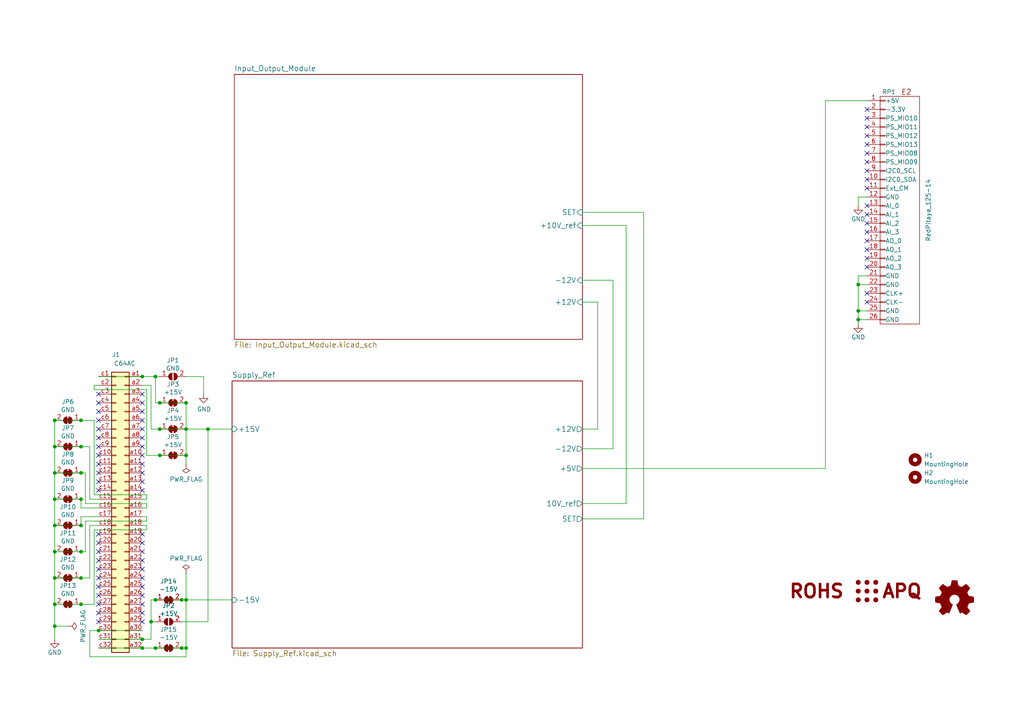
<source format=kicad_sch>
(kicad_sch (version 20211123) (generator eeschema)
  (paper "A4")
  (title_block (title "RedPitaya Lockbox") (date "2022-01-17") (rev "1.5.2") (company "Atoms-Photons-Quanta, Institut für Angewandte Physik, TU Darmstadt") (comment 1 "Tilman Preuschoff"))
  (lib_symbols
    (symbol "Connector:DIN41612_02x32_AC" (pin_names (offset 1.016) hide)
      (property "Reference" "J" (at 1.27 40.64 0))
      (property "Value" "DIN41612_02x32_AC" (at 1.27 -43.18 0))
      (symbol "DIN41612_02x32_AC_1_1"
        (rectangle (start -1.27 -40.513) (end 0 -40.767) (stroke (width 0.1524)))
        (rectangle (start -1.27 -37.973) (end 0 -38.227) (stroke (width 0.1524)))
        (rectangle (start -1.27 -35.433) (end 0 -35.687) (stroke (width 0.1524)))
        (rectangle (start -1.27 -32.893) (end 0 -33.147) (stroke (width 0.1524)))
        (rectangle (start -1.27 -30.353) (end 0 -30.607) (stroke (width 0.1524)))
        (rectangle (start -1.27 -27.813) (end 0 -28.067) (stroke (width 0.1524)))
        (rectangle (start -1.27 -25.273) (end 0 -25.527) (stroke (width 0.1524)))
        (rectangle (start -1.27 -22.733) (end 0 -22.987) (stroke (width 0.1524)))
        (rectangle (start -1.27 -20.193) (end 0 -20.447) (stroke (width 0.1524)))
        (rectangle (start -1.27 -17.653) (end 0 -17.907) (stroke (width 0.1524)))
        (rectangle (start -1.27 -15.113) (end 0 -15.367) (stroke (width 0.1524)))
        (rectangle (start -1.27 -12.573) (end 0 -12.827) (stroke (width 0.1524)))
        (rectangle (start -1.27 -10.033) (end 0 -10.287) (stroke (width 0.1524)))
        (rectangle (start -1.27 -7.493) (end 0 -7.747) (stroke (width 0.1524)))
        (rectangle (start -1.27 -4.953) (end 0 -5.207) (stroke (width 0.1524)))
        (rectangle (start -1.27 -2.413) (end 0 -2.667) (stroke (width 0.1524)))
        (rectangle (start -1.27 0.127) (end 0 -0.127) (stroke (width 0.1524)))
        (rectangle (start -1.27 2.667) (end 0 2.413) (stroke (width 0.1524)))
        (rectangle (start -1.27 5.207) (end 0 4.953) (stroke (width 0.1524)))
        (rectangle (start -1.27 7.747) (end 0 7.493) (stroke (width 0.1524)))
        (rectangle (start -1.27 10.287) (end 0 10.033) (stroke (width 0.1524)))
        (rectangle (start -1.27 12.827) (end 0 12.573) (stroke (width 0.1524)))
        (rectangle (start -1.27 15.367) (end 0 15.113) (stroke (width 0.1524)))
        (rectangle (start -1.27 17.907) (end 0 17.653) (stroke (width 0.1524)))
        (rectangle (start -1.27 20.447) (end 0 20.193) (stroke (width 0.1524)))
        (rectangle (start -1.27 22.987) (end 0 22.733) (stroke (width 0.1524)))
        (rectangle (start -1.27 25.527) (end 0 25.273) (stroke (width 0.1524)))
        (rectangle (start -1.27 28.067) (end 0 27.813) (stroke (width 0.1524)))
        (rectangle (start -1.27 30.607) (end 0 30.353) (stroke (width 0.1524)))
        (rectangle (start -1.27 33.147) (end 0 32.893) (stroke (width 0.1524)))
        (rectangle (start -1.27 35.687) (end 0 35.433) (stroke (width 0.1524)))
        (rectangle (start -1.27 38.227) (end 0 37.973) (stroke (width 0.1524)))
        (rectangle (start -1.27 39.37) (end 3.81 -41.91) (stroke (width 0.254)) (fill (type background)))
        (rectangle (start 3.81 -40.513) (end 2.54 -40.767) (stroke (width 0.1524)))
        (rectangle (start 3.81 -37.973) (end 2.54 -38.227) (stroke (width 0.1524)))
        (rectangle (start 3.81 -35.433) (end 2.54 -35.687) (stroke (width 0.1524)))
        (rectangle (start 3.81 -32.893) (end 2.54 -33.147) (stroke (width 0.1524)))
        (rectangle (start 3.81 -30.353) (end 2.54 -30.607) (stroke (width 0.1524)))
        (rectangle (start 3.81 -27.813) (end 2.54 -28.067) (stroke (width 0.1524)))
        (rectangle (start 3.81 -25.273) (end 2.54 -25.527) (stroke (width 0.1524)))
        (rectangle (start 3.81 -22.733) (end 2.54 -22.987) (stroke (width 0.1524)))
        (rectangle (start 3.81 -20.193) (end 2.54 -20.447) (stroke (width 0.1524)))
        (rectangle (start 3.81 -17.653) (end 2.54 -17.907) (stroke (width 0.1524)))
        (rectangle (start 3.81 -15.113) (end 2.54 -15.367) (stroke (width 0.1524)))
        (rectangle (start 3.81 -12.573) (end 2.54 -12.827) (stroke (width 0.1524)))
        (rectangle (start 3.81 -10.033) (end 2.54 -10.287) (stroke (width 0.1524)))
        (rectangle (start 3.81 -7.493) (end 2.54 -7.747) (stroke (width 0.1524)))
        (rectangle (start 3.81 -4.953) (end 2.54 -5.207) (stroke (width 0.1524)))
        (rectangle (start 3.81 -2.413) (end 2.54 -2.667) (stroke (width 0.1524)))
        (rectangle (start 3.81 0.127) (end 2.54 -0.127) (stroke (width 0.1524)))
        (rectangle (start 3.81 2.667) (end 2.54 2.413) (stroke (width 0.1524)))
        (rectangle (start 3.81 5.207) (end 2.54 4.953) (stroke (width 0.1524)))
        (rectangle (start 3.81 7.747) (end 2.54 7.493) (stroke (width 0.1524)))
        (rectangle (start 3.81 10.287) (end 2.54 10.033) (stroke (width 0.1524)))
        (rectangle (start 3.81 12.827) (end 2.54 12.573) (stroke (width 0.1524)))
        (rectangle (start 3.81 15.367) (end 2.54 15.113) (stroke (width 0.1524)))
        (rectangle (start 3.81 17.907) (end 2.54 17.653) (stroke (width 0.1524)))
        (rectangle (start 3.81 20.447) (end 2.54 20.193) (stroke (width 0.1524)))
        (rectangle (start 3.81 22.987) (end 2.54 22.733) (stroke (width 0.1524)))
        (rectangle (start 3.81 25.527) (end 2.54 25.273) (stroke (width 0.1524)))
        (rectangle (start 3.81 28.067) (end 2.54 27.813) (stroke (width 0.1524)))
        (rectangle (start 3.81 30.607) (end 2.54 30.353) (stroke (width 0.1524)))
        (rectangle (start 3.81 33.147) (end 2.54 32.893) (stroke (width 0.1524)))
        (rectangle (start 3.81 35.687) (end 2.54 35.433) (stroke (width 0.1524)))
        (rectangle (start 3.81 38.227) (end 2.54 37.973) (stroke (width 0.1524)))
        (pin passive line (at -5.08 38.1 0) (length 3.81) (name "Pin_a1") (number "a1"))
        (pin passive line (at -5.08 15.24 0) (length 3.81) (name "Pin_a10") (number "a10"))
        (pin passive line (at -5.08 12.7 0) (length 3.81) (name "Pin_a11") (number "a11"))
        (pin passive line (at -5.08 10.16 0) (length 3.81) (name "Pin_a12") (number "a12"))
        (pin passive line (at -5.08 7.62 0) (length 3.81) (name "Pin_a13") (number "a13"))
        (pin passive line (at -5.08 5.08 0) (length 3.81) (name "Pin_a14") (number "a14"))
        (pin passive line (at -5.08 2.54 0) (length 3.81) (name "Pin_a15") (number "a15"))
        (pin passive line (at -5.08 0 0) (length 3.81) (name "Pin_a16") (number "a16"))
        (pin passive line (at -5.08 -2.54 0) (length 3.81) (name "Pin_a17") (number "a17"))
        (pin passive line (at -5.08 -5.08 0) (length 3.81) (name "Pin_a18") (number "a18"))
        (pin passive line (at -5.08 -7.62 0) (length 3.81) (name "Pin_a19") (number "a19"))
        (pin passive line (at -5.08 35.56 0) (length 3.81) (name "Pin_a2") (number "a2"))
        (pin passive line (at -5.08 -10.16 0) (length 3.81) (name "Pin_a20") (number "a20"))
        (pin passive line (at -5.08 -12.7 0) (length 3.81) (name "Pin_a21") (number "a21"))
        (pin passive line (at -5.08 -15.24 0) (length 3.81) (name "Pin_a22") (number "a22"))
        (pin passive line (at -5.08 -17.78 0) (length 3.81) (name "Pin_a23") (number "a23"))
        (pin passive line (at -5.08 -20.32 0) (length 3.81) (name "Pin_a24") (number "a24"))
        (pin passive line (at -5.08 -22.86 0) (length 3.81) (name "Pin_a25") (number "a25"))
        (pin passive line (at -5.08 -25.4 0) (length 3.81) (name "Pin_a26") (number "a26"))
        (pin passive line (at -5.08 -27.94 0) (length 3.81) (name "Pin_a27") (number "a27"))
        (pin passive line (at -5.08 -30.48 0) (length 3.81) (name "Pin_a28") (number "a28"))
        (pin passive line (at -5.08 -33.02 0) (length 3.81) (name "Pin_a29") (number "a29"))
        (pin passive line (at -5.08 33.02 0) (length 3.81) (name "Pin_a3") (number "a3"))
        (pin passive line (at -5.08 -35.56 0) (length 3.81) (name "Pin_a30") (number "a30"))
        (pin passive line (at -5.08 -38.1 0) (length 3.81) (name "Pin_a31") (number "a31"))
        (pin passive line (at -5.08 -40.64 0) (length 3.81) (name "Pin_a32") (number "a32"))
        (pin passive line (at -5.08 30.48 0) (length 3.81) (name "Pin_a4") (number "a4"))
        (pin passive line (at -5.08 27.94 0) (length 3.81) (name "Pin_a5") (number "a5"))
        (pin passive line (at -5.08 25.4 0) (length 3.81) (name "Pin_a6") (number "a6"))
        (pin passive line (at -5.08 22.86 0) (length 3.81) (name "Pin_a7") (number "a7"))
        (pin passive line (at -5.08 20.32 0) (length 3.81) (name "Pin_a8") (number "a8"))
        (pin passive line (at -5.08 17.78 0) (length 3.81) (name "Pin_a9") (number "a9"))
        (pin passive line (at 7.62 38.1 180) (length 3.81) (name "Pin_c1") (number "c1"))
        (pin passive line (at 7.62 15.24 180) (length 3.81) (name "Pin_c10") (number "c10"))
        (pin passive line (at 7.62 12.7 180) (length 3.81) (name "Pin_c11") (number "c11"))
        (pin passive line (at 7.62 10.16 180) (length 3.81) (name "Pin_c12") (number "c12"))
        (pin passive line (at 7.62 7.62 180) (length 3.81) (name "Pin_c13") (number "c13"))
        (pin passive line (at 7.62 5.08 180) (length 3.81) (name "Pin_c14") (number "c14"))
        (pin passive line (at 7.62 2.54 180) (length 3.81) (name "Pin_c15") (number "c15"))
        (pin passive line (at 7.62 0 180) (length 3.81) (name "Pin_c16") (number "c16"))
        (pin passive line (at 7.62 -2.54 180) (length 3.81) (name "Pin_c17") (number "c17"))
        (pin passive line (at 7.62 -5.08 180) (length 3.81) (name "Pin_c18") (number "c18"))
        (pin passive line (at 7.62 -7.62 180) (length 3.81) (name "Pin_c19") (number "c19"))
        (pin passive line (at 7.62 35.56 180) (length 3.81) (name "Pin_c2") (number "c2"))
        (pin passive line (at 7.62 -10.16 180) (length 3.81) (name "Pin_c20") (number "c20"))
        (pin passive line (at 7.62 -12.7 180) (length 3.81) (name "Pin_c21") (number "c21"))
        (pin passive line (at 7.62 -15.24 180) (length 3.81) (name "Pin_c22") (number "c22"))
        (pin passive line (at 7.62 -17.78 180) (length 3.81) (name "Pin_c23") (number "c23"))
        (pin passive line (at 7.62 -20.32 180) (length 3.81) (name "Pin_c24") (number "c24"))
        (pin passive line (at 7.62 -22.86 180) (length 3.81) (name "Pin_c25") (number "c25"))
        (pin passive line (at 7.62 -25.4 180) (length 3.81) (name "Pin_c26") (number "c26"))
        (pin passive line (at 7.62 -27.94 180) (length 3.81) (name "Pin_c27") (number "c27"))
        (pin passive line (at 7.62 -30.48 180) (length 3.81) (name "Pin_c28") (number "c28"))
        (pin passive line (at 7.62 -33.02 180) (length 3.81) (name "Pin_c29") (number "c29"))
        (pin passive line (at 7.62 33.02 180) (length 3.81) (name "Pin_c3") (number "c3"))
        (pin passive line (at 7.62 -35.56 180) (length 3.81) (name "Pin_c30") (number "c30"))
        (pin passive line (at 7.62 -38.1 180) (length 3.81) (name "Pin_c31") (number "c31"))
        (pin passive line (at 7.62 -40.64 180) (length 3.81) (name "Pin_c32") (number "c32"))
        (pin passive line (at 7.62 30.48 180) (length 3.81) (name "Pin_c4") (number "c4"))
        (pin passive line (at 7.62 27.94 180) (length 3.81) (name "Pin_c5") (number "c5"))
        (pin passive line (at 7.62 25.4 180) (length 3.81) (name "Pin_c6") (number "c6"))
        (pin passive line (at 7.62 22.86 180) (length 3.81) (name "Pin_c7") (number "c7"))
        (pin passive line (at 7.62 20.32 180) (length 3.81) (name "Pin_c8") (number "c8"))
        (pin passive line (at 7.62 17.78 180) (length 3.81) (name "Pin_c9") (number "c9"))
      )
    )
    (symbol "Custom_logos:Logo_APQ" (pin_names (offset 1.016))
      (symbol "Logo_APQ_0_0"
        (text "APQ" (at 17.78 0 0) (effects (font (size 3.81 3.81) bold)))
      )
      (symbol "Logo_APQ_0_1"
        (circle (center 5.08 0) (radius 0.635) (fill (type outline)))
        (circle (center 5.08 2.54) (radius 0.635) (fill (type outline)))
        (circle (center 7.62 0) (radius 0.635) (fill (type outline)))
        (circle (center 7.62 2.54) (radius 0.635) (fill (type outline)))
        (circle (center 10.16 2.54) (radius 0.635) (fill (type outline)))
      )
      (symbol "Logo_APQ_1_1"
        (circle (center 5.08 -2.54) (radius 0.635) (fill (type outline)))
        (circle (center 7.62 -2.54) (radius 0.635) (fill (type outline)))
        (circle (center 10.16 -2.54) (radius 0.635) (fill (type outline)))
        (circle (center 10.16 0) (radius 0.635) (fill (type outline)))
      )
    )
    (symbol "Custom_logos:Logo_ROHS" (pin_names (offset 1.016))
      (symbol "Logo_ROHS_0_0"
        (text "ROHS" (at 13.335 0 0) (effects (font (size 3.81 3.81) bold)))
      )
    )
    (symbol "Graphic:Logo_Open_Hardware_Small" (pin_names (offset 1.016))
      (symbol "Logo_Open_Hardware_Small_0_1"
        (polyline (pts (xy 3.3528 -4.3434) (xy 3.302 -4.318) (xy 3.175 -4.2418) (xy 2.9972 -4.1148) (xy 2.7686 -3.9624) (xy 2.54 -3.81) (xy 2.3622 -3.7084) (xy 2.2352 -3.6068) (xy 2.1844 -3.5814) (xy 2.159 -3.6068) (xy 2.0574 -3.6576) (xy 1.905 -3.7338) (xy 1.8034 -3.7846) (xy 1.6764 -3.8354) (xy 1.6002 -3.8354) (xy 1.6002 -3.8354) (xy 1.5494 -3.7338) (xy 1.4732 -3.5306) (xy 1.3462 -3.302) (xy 1.2446 -3.0226) (xy 1.1176 -2.7178) (xy 0.9652 -2.413) (xy 0.8636 -2.1082) (xy 0.7366 -1.8288) (xy 0.6604 -1.6256) (xy 0.6096 -1.4732) (xy 0.5842 -1.397) (xy 0.5842 -1.397) (xy 0.6604 -1.3208) (xy 0.7874 -1.2446) (xy 1.0414 -1.016) (xy 1.2954 -0.6858) (xy 1.4478 -0.3302) (xy 1.524 0.0762) (xy 1.4732 0.4572) (xy 1.3208 0.8128) (xy 1.0668 1.143) (xy 0.762 1.3716) (xy 0.4064 1.524) (xy 0 1.5748) (xy -0.381 1.5494) (xy -0.7366 1.397) (xy -1.0668 1.143) (xy -1.2192 0.9906) (xy -1.397 0.6604) (xy -1.524 0.3048) (xy -1.524 0.2286) (xy -1.4986 -0.1778) (xy -1.397 -0.5334) (xy -1.1938 -0.8636) (xy -0.9144 -1.143) (xy -0.8636 -1.1684) (xy -0.7366 -1.27) (xy -0.635 -1.3462) (xy -0.5842 -1.397) (xy -1.0668 -2.5908) (xy -1.143 -2.794) (xy -1.2954 -3.1242) (xy -1.397 -3.4036) (xy -1.4986 -3.6322) (xy -1.5748 -3.7846) (xy -1.6002 -3.8354) (xy -1.6002 -3.8354) (xy -1.651 -3.8354) (xy -1.7272 -3.81) (xy -1.905 -3.7338) (xy -2.0066 -3.683) (xy -2.1336 -3.6068) (xy -2.2098 -3.5814) (xy -2.2606 -3.6068) (xy -2.3622 -3.683) (xy -2.54 -3.81) (xy -2.7686 -3.9624) (xy -2.9718 -4.0894) (xy -3.1496 -4.2164) (xy -3.302 -4.318) (xy -3.3528 -4.3434) (xy -3.3782 -4.3434) (xy -3.429 -4.318) (xy -3.5306 -4.2164) (xy -3.7084 -4.064) (xy -3.937 -3.8354) (xy -3.9624 -3.81) (xy -4.1656 -3.6068) (xy -4.318 -3.4544) (xy -4.4196 -3.3274) (xy -4.445 -3.2766) (xy -4.445 -3.2766) (xy -4.4196 -3.2258) (xy -4.318 -3.0734) (xy -4.2164 -2.8956) (xy -4.064 -2.667) (xy -3.6576 -2.0828) (xy -3.8862 -1.5494) (xy -3.937 -1.3716) (xy -4.0386 -1.1684) (xy -4.0894 -1.0414) (xy -4.1148 -0.9652) (xy -4.191 -0.9398) (xy -4.318 -0.9144) (xy -4.5466 -0.8636) (xy -4.8006 -0.8128) (xy -5.0546 -0.7874) (xy -5.2578 -0.7366) (xy -5.4356 -0.7112) (xy -5.5118 -0.6858) (xy -5.5118 -0.6858) (xy -5.5372 -0.635) (xy -5.5372 -0.5588) (xy -5.5372 -0.4318) (xy -5.5626 -0.2286) (xy -5.5626 0.0762) (xy -5.5626 0.127) (xy -5.5372 0.4064) (xy -5.5372 0.635) (xy -5.5372 0.762) (xy -5.5372 0.8382) (xy -5.5372 0.8382) (xy -5.461 0.8382) (xy -5.3086 0.889) (xy -5.08 0.9144) (xy -4.826 0.9652) (xy -4.8006 0.9906) (xy -4.5466 1.0414) (xy -4.318 1.0668) (xy -4.1656 1.1176) (xy -4.0894 1.143) (xy -4.0894 1.143) (xy -4.0386 1.2446) (xy -3.9624 1.4224) (xy -3.8608 1.6256) (xy -3.7846 1.8288) (xy -3.7084 2.0066) (xy -3.6576 2.159) (xy -3.6322 2.2098) (xy -3.6322 2.2098) (xy -3.683 2.286) (xy -3.7592 2.413) (xy -3.8862 2.5908) (xy -4.064 2.8194) (xy -4.064 2.8448) (xy -4.2164 3.0734) (xy -4.3434 3.2512) (xy -4.4196 3.3782) (xy -4.445 3.4544) (xy -4.445 3.4544) (xy -4.3942 3.5052) (xy -4.2926 3.6322) (xy -4.1148 3.81) (xy -3.937 4.0132) (xy -3.8608 4.064) (xy -3.6576 4.2926) (xy -3.5052 4.4196) (xy -3.4036 4.4958) (xy -3.3528 4.5212) (xy -3.3528 4.5212) (xy -3.302 4.4704) (xy -3.1496 4.3688) (xy -2.9718 4.2418) (xy -2.7432 4.0894) (xy -2.7178 4.0894) (xy -2.4892 3.937) (xy -2.3114 3.81) (xy -2.1844 3.7084) (xy -2.1336 3.683) (xy -2.1082 3.683) (xy -2.032 3.7084) (xy -1.8542 3.7592) (xy -1.6764 3.8354) (xy -1.4732 3.937) (xy -1.27 4.0132) (xy -1.143 4.064) (xy -1.0668 4.1148) (xy -1.0668 4.1148) (xy -1.0414 4.191) (xy -1.016 4.3434) (xy -0.9652 4.572) (xy -0.9144 4.8514) (xy -0.889 4.9022) (xy -0.8382 5.1562) (xy -0.8128 5.3848) (xy -0.7874 5.5372) (xy -0.762 5.588) (xy -0.7112 5.6134) (xy -0.5842 5.6134) (xy -0.4064 5.6134) (xy -0.1524 5.6134) (xy 0.0762 5.6134) (xy 0.3302 5.6134) (xy 0.5334 5.6134) (xy 0.6858 5.588) (xy 0.7366 5.588) (xy 0.7366 5.588) (xy 0.762 5.5118) (xy 0.8128 5.334) (xy 0.8382 5.1054) (xy 0.9144 4.826) (xy 0.9144 4.7752) (xy 0.9652 4.5212) (xy 1.016 4.2926) (xy 1.0414 4.1402) (xy 1.0668 4.0894) (xy 1.0668 4.0894) (xy 1.1938 4.0386) (xy 1.3716 3.9624) (xy 1.5748 3.8608) (xy 2.0828 3.6576) (xy 2.7178 4.0894) (xy 2.7686 4.1402) (xy 2.9972 4.2926) (xy 3.175 4.4196) (xy 3.302 4.4958) (xy 3.3782 4.5212) (xy 3.3782 4.5212) (xy 3.429 4.4704) (xy 3.556 4.3434) (xy 3.7338 4.191) (xy 3.9116 3.9878) (xy 4.064 3.8354) (xy 4.2418 3.6576) (xy 4.3434 3.556) (xy 4.4196 3.4798) (xy 4.4196 3.429) (xy 4.4196 3.4036) (xy 4.3942 3.3274) (xy 4.2926 3.2004) (xy 4.1656 2.9972) (xy 4.0132 2.794) (xy 3.8862 2.5908) (xy 3.7592 2.3876) (xy 3.6576 2.2352) (xy 3.6322 2.159) (xy 3.6322 2.1336) (xy 3.683 2.0066) (xy 3.7592 1.8288) (xy 3.8608 1.6002) (xy 4.064 1.1176) (xy 4.3942 1.0414) (xy 4.5974 1.016) (xy 4.8768 0.9652) (xy 5.1308 0.9144) (xy 5.5372 0.8382) (xy 5.5626 -0.6604) (xy 5.4864 -0.6858) (xy 5.4356 -0.6858) (xy 5.2832 -0.7366) (xy 5.0546 -0.762) (xy 4.8006 -0.8128) (xy 4.5974 -0.8636) (xy 4.3688 -0.9144) (xy 4.2164 -0.9398) (xy 4.1402 -0.9398) (xy 4.1148 -0.9652) (xy 4.064 -1.0668) (xy 3.9878 -1.2446) (xy 3.9116 -1.4478) (xy 3.81 -1.651) (xy 3.7338 -1.8542) (xy 3.683 -2.0066) (xy 3.6576 -2.0828) (xy 3.683 -2.1336) (xy 3.7846 -2.2606) (xy 3.8862 -2.4638) (xy 4.0386 -2.667) (xy 4.191 -2.8956) (xy 4.318 -3.0734) (xy 4.3942 -3.2004) (xy 4.445 -3.2766) (xy 4.4196 -3.3274) (xy 4.3434 -3.429) (xy 4.1656 -3.5814) (xy 3.937 -3.8354) (xy 3.8862 -3.8608) (xy 3.683 -4.064) (xy 3.5306 -4.2164) (xy 3.4036 -4.318) (xy 3.3528 -4.3434)) (fill (type outline)))
      )
    )
    (symbol "Jumper:SolderJumper_2_Bridged" (pin_names (offset 0) hide)
      (property "Reference" "JP" (at 0 2.032 0))
      (property "Value" "SolderJumper_2_Bridged" (at 0 -2.54 0))
      (symbol "SolderJumper_2_Bridged_0_1"
        (rectangle (start -0.508 0.508) (end 0.508 -0.508) (fill (type outline)))
        (arc (start -0.254 1.016) (mid -1.27 0) (end -0.254 -1.016))
        (arc (start -0.254 1.016) (mid -1.27 0) (end -0.254 -1.016) (fill (type outline)))
        (polyline (pts (xy -0.254 1.016) (xy -0.254 -1.016)))
        (polyline (pts (xy 0.254 1.016) (xy 0.254 -1.016)))
        (arc (start 0.254 -1.016) (mid 1.27 0) (end 0.254 1.016))
        (arc (start 0.254 -1.016) (mid 1.27 0) (end 0.254 1.016) (fill (type outline)))
      )
      (symbol "SolderJumper_2_Bridged_1_1"
        (pin passive line (at -3.81 0 0) (length 2.54) (name "A") (number "1"))
        (pin passive line (at 3.81 0 180) (length 2.54) (name "B") (number "2"))
      )
    )
    (symbol "Jumper:SolderJumper_2_Open" (pin_names (offset 0) hide)
      (property "Reference" "JP" (at 0 2.032 0))
      (property "Value" "SolderJumper_2_Open" (at 0 -2.54 0))
      (symbol "SolderJumper_2_Open_0_1"
        (arc (start -0.254 1.016) (mid -1.27 0) (end -0.254 -1.016))
        (arc (start -0.254 1.016) (mid -1.27 0) (end -0.254 -1.016) (fill (type outline)))
        (polyline (pts (xy -0.254 1.016) (xy -0.254 -1.016)))
        (polyline (pts (xy 0.254 1.016) (xy 0.254 -1.016)))
        (arc (start 0.254 -1.016) (mid 1.27 0) (end 0.254 1.016))
        (arc (start 0.254 -1.016) (mid 1.27 0) (end 0.254 1.016) (fill (type outline)))
      )
      (symbol "SolderJumper_2_Open_1_1"
        (pin passive line (at -3.81 0 0) (length 2.54) (name "A") (number "1"))
        (pin passive line (at 3.81 0 180) (length 2.54) (name "B") (number "2"))
      )
    )
    (symbol "Mechanical:MountingHole" (pin_names (offset 1.016))
      (property "Reference" "H" (at 0 5.08 0))
      (property "Value" "MountingHole" (at 0 3.175 0))
      (symbol "MountingHole_0_1"
        (circle (center 0 0) (radius 1.27) (stroke (width 1.27)))
      )
    )
    (symbol "RedPitaya:RedPitaya_125-14" (pin_names (offset 1.524))
      (property "Reference" "RP" (at 1.27 34.29 0))
      (property "Value" "RedPitaya_125-14" (at 12.7 0 90))
      (symbol "RedPitaya_125-14_0_0"
        (text "E2" (at 6.35 34.29 0) (effects (font (size 1.524 1.524))))
      )
      (symbol "RedPitaya_125-14_0_1"
        (rectangle (start -1.27 -33.02) (end 10.16 33.02))
        (rectangle (start -1.27 -31.623) (end 0.254 -31.877))
        (rectangle (start -1.27 -29.083) (end 0.254 -29.337))
        (rectangle (start -1.27 -26.543) (end 0.254 -26.797))
        (rectangle (start -1.27 -24.003) (end 0.254 -24.257))
        (rectangle (start -1.27 -21.463) (end 0.254 -21.717))
        (rectangle (start -1.27 -18.923) (end 0.254 -19.177))
        (rectangle (start -1.27 -16.383) (end 0.254 -16.637))
        (rectangle (start -1.27 -13.843) (end 0.254 -14.097))
        (rectangle (start -1.27 -11.303) (end 0.254 -11.557))
        (rectangle (start -1.27 -8.763) (end 0.254 -9.017))
        (rectangle (start -1.27 -6.223) (end 0.254 -6.477))
        (rectangle (start -1.27 -3.683) (end 0.254 -3.937))
        (rectangle (start -1.27 -1.143) (end 0.254 -1.397))
        (rectangle (start -1.27 1.397) (end 0.254 1.143))
        (rectangle (start -1.27 3.937) (end 0.254 3.683))
        (rectangle (start -1.27 6.477) (end 0.254 6.223))
        (rectangle (start -1.27 9.017) (end 0.254 8.763))
        (rectangle (start -1.27 11.557) (end 0.254 11.303))
        (rectangle (start -1.27 14.097) (end 0.254 13.843))
        (rectangle (start -1.27 16.637) (end 0.254 16.383))
        (rectangle (start -1.27 19.177) (end 0.254 18.923))
        (rectangle (start -1.27 21.717) (end 0.254 21.463))
        (rectangle (start -1.27 24.257) (end 0.254 24.003))
        (rectangle (start -1.27 26.797) (end 0.254 26.543))
        (rectangle (start -1.27 29.337) (end 0.254 29.083))
        (rectangle (start -1.27 31.877) (end 0.254 31.623))
      )
      (symbol "RedPitaya_125-14_1_1"
        (pin input line (at -5.08 31.75 0) (length 3.81) (name "+5V") (number "1"))
        (pin passive line (at -5.08 8.89 0) (length 3.81) (name "I2C0_SDA") (number "10"))
        (pin passive line (at -5.08 6.35 0) (length 3.81) (name "Ext_CM") (number "11"))
        (pin passive line (at -5.08 3.81 0) (length 3.81) (name "GND") (number "12"))
        (pin passive line (at -5.08 1.27 0) (length 3.81) (name "AI_0") (number "13"))
        (pin passive line (at -5.08 -1.27 0) (length 3.81) (name "AI_1") (number "14"))
        (pin passive line (at -5.08 -3.81 0) (length 3.81) (name "AI_2") (number "15"))
        (pin passive line (at -5.08 -6.35 0) (length 3.81) (name "AI_3") (number "16"))
        (pin passive line (at -5.08 -8.89 0) (length 3.81) (name "AO_0") (number "17"))
        (pin passive line (at -5.08 -11.43 0) (length 3.81) (name "AO_1") (number "18"))
        (pin passive line (at -5.08 -13.97 0) (length 3.81) (name "AO_2") (number "19"))
        (pin passive line (at -5.08 29.21 0) (length 3.81) (name "-3.3V") (number "2"))
        (pin passive line (at -5.08 -16.51 0) (length 3.81) (name "AO_3") (number "20"))
        (pin passive line (at -5.08 -19.05 0) (length 3.81) (name "GND") (number "21"))
        (pin passive line (at -5.08 -21.59 0) (length 3.81) (name "GND") (number "22"))
        (pin passive line (at -5.08 -24.13 0) (length 3.81) (name "CLK+") (number "23"))
        (pin passive line (at -5.08 -26.67 0) (length 3.81) (name "CLK-") (number "24"))
        (pin passive line (at -5.08 -29.21 0) (length 3.81) (name "GND") (number "25"))
        (pin passive line (at -5.08 -31.75 0) (length 3.81) (name "GND") (number "26"))
        (pin passive line (at -5.08 26.67 0) (length 3.81) (name "PS_MIO10") (number "3"))
        (pin passive line (at -5.08 24.13 0) (length 3.81) (name "PS_MIO11") (number "4"))
        (pin passive line (at -5.08 21.59 0) (length 3.81) (name "PS_MIO12") (number "5"))
        (pin passive line (at -5.08 19.05 0) (length 3.81) (name "PS_MIO13") (number "6"))
        (pin passive line (at -5.08 16.51 0) (length 3.81) (name "PS_MIO08") (number "7"))
        (pin passive line (at -5.08 13.97 0) (length 3.81) (name "PS_MIO09") (number "8"))
        (pin passive line (at -5.08 11.43 0) (length 3.81) (name "I2C0_SCL") (number "9"))
      )
    )
    (symbol "power:GND" (power) (pin_names (offset 0))
      (property "Value" "GND" (at 0 -3.81 0))
      (symbol "GND_0_1"
        (polyline (pts (xy 0 0) (xy 0 -1.27) (xy 1.27 -1.27) (xy 0 -2.54) (xy -1.27 -1.27) (xy 0 -1.27)))
      )
      (symbol "GND_1_1"
        (pin power_in line (at 0 0 270) (length 0) hide (name "GND") (number "1"))
      )
    )
    (symbol "power:PWR_FLAG" (power) (pin_numbers hide) (pin_names (offset 0) hide)
      (property "Value" "PWR_FLAG" (at 0 3.81 0))
      (symbol "PWR_FLAG_0_0"
        (pin power_out line (at 0 0 90) (length 0) (name "pwr") (number "1"))
      )
      (symbol "PWR_FLAG_0_1"
        (polyline (pts (xy 0 0) (xy 0 1.27) (xy -1.016 1.905) (xy 0 2.54) (xy 1.016 1.905) (xy 0 1.27)))
      )
    )
  )
  (junction (at 23.495 121.92))
  (junction (at 248.92 90.17))
  (junction (at 23.495 160.02))
  (junction (at 53.975 132.08))
  (junction (at 15.875 144.78))
  (junction (at 46.355 116.84))
  (junction (at 15.875 160.02))
  (junction (at 41.275 185.42))
  (junction (at 15.875 129.54))
  (junction (at 23.495 167.64))
  (junction (at 53.975 116.84))
  (junction (at 46.355 124.46))
  (junction (at 15.875 121.92))
  (junction (at 53.975 187.96))
  (junction (at 15.875 175.26))
  (junction (at 52.705 173.99))
  (junction (at 28.575 182.88))
  (junction (at 248.92 92.71))
  (junction (at 60.325 124.46))
  (junction (at 41.275 109.22))
  (junction (at 23.495 137.16))
  (junction (at 45.085 187.96))
  (junction (at 53.975 124.46))
  (junction (at 15.875 181.61))
  (junction (at 45.085 109.22))
  (junction (at 46.355 132.08))
  (junction (at 248.92 82.55))
  (junction (at 43.815 180.34))
  (junction (at 23.495 129.54))
  (junction (at 41.275 187.96))
  (junction (at 15.875 137.16))
  (junction (at 45.085 173.99))
  (junction (at 15.875 152.4))
  (junction (at 23.495 152.4))
  (junction (at 15.875 167.64))
  (junction (at 52.705 187.96))
  (junction (at 23.495 175.26))
  (junction (at 53.975 173.99))
  (junction (at 23.495 144.78))
  (no_connect (at 251.46 52.07))
  (no_connect (at 251.46 77.47))
  (no_connect (at 251.46 67.31))
  (no_connect (at 251.46 59.69))
  (no_connect (at 251.46 85.09))
  (no_connect (at 251.46 54.61))
  (no_connect (at 251.46 64.77))
  (no_connect (at 251.46 41.91))
  (no_connect (at 251.46 34.29))
  (no_connect (at 41.275 114.3))
  (no_connect (at 28.575 114.3))
  (no_connect (at 251.46 62.23))
  (no_connect (at 251.46 49.53))
  (no_connect (at 251.46 44.45))
  (no_connect (at 251.46 72.39))
  (no_connect (at 251.46 31.75))
  (no_connect (at 251.46 74.93))
  (no_connect (at 251.46 36.83))
  (no_connect (at 251.46 87.63))
  (no_connect (at 251.46 46.99))
  (no_connect (at 251.46 69.85))
  (no_connect (at 251.46 39.37))
  (no_connect (at 28.575 132.08))
  (no_connect (at 28.575 129.54))
  (no_connect (at 41.275 167.64))
  (no_connect (at 41.275 165.1))
  (no_connect (at 41.275 162.56))
  (no_connect (at 41.275 160.02))
  (no_connect (at 41.275 157.48))
  (no_connect (at 28.575 175.26))
  (no_connect (at 28.575 170.18))
  (no_connect (at 28.575 172.72))
  (no_connect (at 28.575 157.48))
  (no_connect (at 28.575 162.56))
  (no_connect (at 28.575 154.94))
  (no_connect (at 28.575 167.64))
  (no_connect (at 28.575 160.02))
  (no_connect (at 28.575 165.1))
  (no_connect (at 41.275 139.7))
  (no_connect (at 41.275 137.16))
  (no_connect (at 41.275 142.24))
  (no_connect (at 41.275 127))
  (no_connect (at 41.275 124.46))
  (no_connect (at 41.275 129.54))
  (no_connect (at 41.275 134.62))
  (no_connect (at 41.275 132.08))
  (no_connect (at 28.575 142.24))
  (no_connect (at 28.575 139.7))
  (no_connect (at 41.275 177.8))
  (no_connect (at 41.275 175.26))
  (no_connect (at 41.275 172.72))
  (no_connect (at 41.275 170.18))
  (no_connect (at 41.275 180.34))
  (no_connect (at 41.275 154.94))
  (no_connect (at 28.575 134.62))
  (no_connect (at 28.575 180.34))
  (no_connect (at 28.575 177.8))
  (no_connect (at 28.575 137.16))
  (no_connect (at 28.575 119.38))
  (no_connect (at 41.275 119.38))
  (no_connect (at 41.275 121.92))
  (no_connect (at 28.575 127))
  (no_connect (at 28.575 121.92))
  (no_connect (at 28.575 124.46))
  (no_connect (at 28.575 116.84))
  (no_connect (at 41.275 116.84))
  (wire (pts (xy 43.815 185.42) (xy 43.815 180.34)))
  (wire (pts (xy 53.975 116.84) (xy 53.975 124.46)))
  (wire (pts (xy 23.495 167.64) (xy 26.035 167.64)))
  (wire (pts (xy 181.61 65.405) (xy 168.91 65.405)))
  (wire (pts (xy 43.815 111.76) (xy 43.815 124.46)))
  (wire (pts (xy 168.91 150.495) (xy 186.69 150.495)))
  (wire (pts (xy 186.69 61.595) (xy 168.91 61.595)))
  (wire (pts (xy 15.875 152.4) (xy 23.495 152.4)))
  (wire (pts (xy 42.545 113.03) (xy 42.545 132.08)))
  (wire (pts (xy 53.975 132.08) (xy 53.975 134.62)))
  (wire (pts (xy 43.815 173.99) (xy 43.815 180.34)))
  (wire (pts (xy 46.355 132.08) (xy 53.975 132.08)))
  (wire (pts (xy 15.875 144.78) (xy 15.875 152.4)))
  (wire (pts (xy 177.8 81.28) (xy 168.91 81.28)))
  (wire (pts (xy 24.765 146.05) (xy 24.765 137.16)))
  (wire (pts (xy 186.69 150.495) (xy 186.69 61.595)))
  (wire (pts (xy 27.305 121.92) (xy 23.495 121.92)))
  (wire (pts (xy 41.275 109.22) (xy 45.085 109.22)))
  (wire (pts (xy 60.325 124.46) (xy 67.31 124.46)))
  (wire (pts (xy 15.875 181.61) (xy 15.875 185.42)))
  (wire (pts (xy 23.495 160.02) (xy 24.765 160.02)))
  (wire (pts (xy 45.085 116.84) (xy 46.355 116.84)))
  (wire (pts (xy 45.085 173.99) (xy 43.815 173.99)))
  (wire (pts (xy 28.575 144.78) (xy 26.035 144.78)))
  (wire (pts (xy 52.705 180.34) (xy 60.325 180.34)))
  (wire (pts (xy 28.575 182.88) (xy 26.035 182.88)))
  (wire (pts (xy 15.875 129.54) (xy 15.875 137.16)))
  (wire (pts (xy 23.495 175.26) (xy 27.305 175.26)))
  (wire (pts (xy 23.495 147.32) (xy 23.495 144.78)))
  (wire (pts (xy 15.875 167.64) (xy 23.495 167.64)))
  (wire (pts (xy 53.975 124.46) (xy 60.325 124.46)))
  (wire (pts (xy 28.575 109.22) (xy 41.275 109.22)))
  (wire (pts (xy 248.92 90.17) (xy 248.92 92.71)))
  (wire (pts (xy 181.61 146.05) (xy 181.61 65.405)))
  (wire (pts (xy 15.875 175.26) (xy 23.495 175.26)))
  (wire (pts (xy 23.495 149.86) (xy 23.495 152.4)))
  (wire (pts (xy 41.275 185.42) (xy 43.815 185.42)))
  (wire (pts (xy 15.875 167.64) (xy 15.875 175.26)))
  (wire (pts (xy 53.975 173.99) (xy 67.31 173.99)))
  (wire (pts (xy 41.275 152.4) (xy 42.545 152.4)))
  (wire (pts (xy 24.765 137.16) (xy 23.495 137.16)))
  (wire (pts (xy 27.305 113.03) (xy 42.545 113.03)))
  (wire (pts (xy 27.305 143.51) (xy 42.545 143.51)))
  (wire (pts (xy 26.035 129.54) (xy 23.495 129.54)))
  (wire (pts (xy 24.765 151.13) (xy 24.765 160.02)))
  (wire (pts (xy 248.92 82.55) (xy 248.92 90.17)))
  (wire (pts (xy 42.545 153.67) (xy 27.305 153.67)))
  (wire (pts (xy 239.395 29.21) (xy 251.46 29.21)))
  (wire (pts (xy 42.545 144.78) (xy 42.545 143.51)))
  (wire (pts (xy 27.305 143.51) (xy 27.305 121.92)))
  (wire (pts (xy 15.875 121.92) (xy 15.875 129.54)))
  (wire (pts (xy 251.46 80.01) (xy 248.92 80.01)))
  (wire (pts (xy 42.545 152.4) (xy 42.545 153.67)))
  (wire (pts (xy 41.275 149.86) (xy 42.545 149.86)))
  (wire (pts (xy 53.975 173.99) (xy 52.705 173.99)))
  (wire (pts (xy 26.035 144.78) (xy 26.035 129.54)))
  (wire (pts (xy 26.035 152.4) (xy 26.035 167.64)))
  (wire (pts (xy 251.46 92.71) (xy 248.92 92.71)))
  (wire (pts (xy 45.085 109.22) (xy 46.355 109.22)))
  (wire (pts (xy 42.545 151.13) (xy 24.765 151.13)))
  (wire (pts (xy 53.975 166.37) (xy 53.975 173.99)))
  (wire (pts (xy 41.275 111.76) (xy 43.815 111.76)))
  (wire (pts (xy 173.355 124.46) (xy 173.355 87.63)))
  (wire (pts (xy 15.875 129.54) (xy 23.495 129.54)))
  (wire (pts (xy 28.575 182.88) (xy 41.275 182.88)))
  (wire (pts (xy 45.085 109.22) (xy 45.085 116.84)))
  (wire (pts (xy 28.575 152.4) (xy 26.035 152.4)))
  (wire (pts (xy 43.815 180.34) (xy 45.085 180.34)))
  (wire (pts (xy 15.875 175.26) (xy 15.875 181.61)))
  (wire (pts (xy 53.975 173.99) (xy 53.975 187.96)))
  (wire (pts (xy 42.545 149.86) (xy 42.545 151.13)))
  (wire (pts (xy 26.035 182.88) (xy 26.035 190.5)))
  (wire (pts (xy 53.975 190.5) (xy 53.975 187.96)))
  (wire (pts (xy 15.875 144.78) (xy 23.495 144.78)))
  (wire (pts (xy 15.875 137.16) (xy 15.875 144.78)))
  (wire (pts (xy 53.975 109.22) (xy 59.055 109.22)))
  (wire (pts (xy 27.305 153.67) (xy 27.305 175.26)))
  (wire (pts (xy 15.875 152.4) (xy 15.875 160.02)))
  (wire (pts (xy 15.875 160.02) (xy 15.875 167.64)))
  (wire (pts (xy 28.575 147.32) (xy 23.495 147.32)))
  (wire (pts (xy 15.875 121.92) (xy 23.495 121.92)))
  (wire (pts (xy 248.92 80.01) (xy 248.92 82.55)))
  (wire (pts (xy 42.545 132.08) (xy 46.355 132.08)))
  (wire (pts (xy 26.035 190.5) (xy 53.975 190.5)))
  (wire (pts (xy 168.91 130.175) (xy 177.8 130.175)))
  (wire (pts (xy 28.575 187.96) (xy 41.275 187.96)))
  (wire (pts (xy 43.815 124.46) (xy 46.355 124.46)))
  (wire (pts (xy 46.355 124.46) (xy 53.975 124.46)))
  (wire (pts (xy 248.92 92.71) (xy 248.92 93.98)))
  (wire (pts (xy 28.575 149.86) (xy 23.495 149.86)))
  (wire (pts (xy 42.545 147.32) (xy 42.545 146.05)))
  (wire (pts (xy 42.545 146.05) (xy 24.765 146.05)))
  (wire (pts (xy 59.055 109.22) (xy 59.055 114.3)))
  (wire (pts (xy 19.685 181.61) (xy 15.875 181.61)))
  (wire (pts (xy 15.875 137.16) (xy 23.495 137.16)))
  (wire (pts (xy 28.575 111.76) (xy 27.305 111.76)))
  (wire (pts (xy 168.91 135.89) (xy 239.395 135.89)))
  (wire (pts (xy 53.975 132.08) (xy 53.975 124.46)))
  (wire (pts (xy 28.575 185.42) (xy 41.275 185.42)))
  (wire (pts (xy 52.705 187.96) (xy 53.975 187.96)))
  (wire (pts (xy 45.085 173.99) (xy 52.705 173.99)))
  (wire (pts (xy 248.92 57.15) (xy 248.92 59.69)))
  (wire (pts (xy 168.91 87.63) (xy 173.355 87.63)))
  (wire (pts (xy 239.395 135.89) (xy 239.395 29.21)))
  (wire (pts (xy 251.46 90.17) (xy 248.92 90.17)))
  (wire (pts (xy 15.875 160.02) (xy 23.495 160.02)))
  (wire (pts (xy 41.275 187.96) (xy 45.085 187.96)))
  (wire (pts (xy 45.085 187.96) (xy 52.705 187.96)))
  (wire (pts (xy 41.275 147.32) (xy 42.545 147.32)))
  (wire (pts (xy 168.91 146.05) (xy 181.61 146.05)))
  (wire (pts (xy 27.305 111.76) (xy 27.305 113.03)))
  (wire (pts (xy 251.46 82.55) (xy 248.92 82.55)))
  (wire (pts (xy 46.355 116.84) (xy 53.975 116.84)))
  (wire (pts (xy 168.91 124.46) (xy 173.355 124.46)))
  (wire (pts (xy 251.46 57.15) (xy 248.92 57.15)))
  (wire (pts (xy 60.325 180.34) (xy 60.325 124.46)))
  (wire (pts (xy 41.275 144.78) (xy 42.545 144.78)))
  (wire (pts (xy 177.8 130.175) (xy 177.8 81.28)))
  (symbol (lib_id "power:GND") (at 15.875 185.42 0) (mirror y) (unit 1)
    (property "Reference" "#PWR01" (effects hide))
    (property "Value" "GND" (at 15.875 189.23 0))
  )
  (symbol (lib_id "Connector:DIN41612_02x32_AC") (at 36.195 147.32 0) (mirror y) (unit 1)
    (property "Reference" "J1" (at 33.655 102.87 0))
    (property "Value" "C64AC" (at 36.195 105.41 0))
    (property "Footprint" "Connector_DIN:DIN41612_C_2x32_Male_Horizontal_THT" (effects hide))
    (property "MFN" "Harting" (effects hide))
    (property "PN" "09031646921" (effects hide))
  )
  (symbol (lib_id "RedPitaya:RedPitaya_125-14") (at 256.54 60.96 0) (unit 1)
    (property "Reference" "RP1" (at 257.81 26.67 0))
    (property "Value" "RedPitaya_125-14" (at 269.24 60.96 90))
    (property "Footprint" "custom:RedPitaya_125-14" (effects hide))
    (property "MFN" "Samtec" (effects hide))
    (property "PN" "ESQ-113-44-T-D" (effects hide))
  )
  (symbol (lib_id "power:GND") (at 248.92 59.69 0) (unit 1)
    (property "Reference" "#PWR02" (effects hide))
    (property "Value" "GND" (at 248.92 63.5 0))
  )
  (symbol (lib_id "power:GND") (at 248.92 93.98 0) (unit 1)
    (property "Reference" "#PWR03" (effects hide))
    (property "Value" "GND" (at 248.92 97.79 0))
  )
  (symbol (lib_id "power:PWR_FLAG") (at 53.975 166.37 0) (unit 1)
    (property "Reference" "#FLG0101" (effects hide))
    (property "Value" "PWR_FLAG" (at 53.975 161.9758 0))
  )
  (symbol (lib_id "power:PWR_FLAG") (at 53.975 134.62 180) (unit 1)
    (property "Reference" "#FLG0102" (effects hide))
    (property "Value" "PWR_FLAG" (at 53.975 139.0142 0))
  )
  (symbol (lib_id "power:PWR_FLAG") (at 19.685 181.61 270) (mirror x) (unit 1)
    (property "Reference" "#FLG0103" (effects hide))
    (property "Value" "PWR_FLAG" (at 24.0792 181.61 0))
  )
  (symbol (lib_id "Custom_logos:Logo_APQ") (at 243.84 171.45 0) (unit 1)
    (property "Reference" "LOGO1" (effects hide))
    (property "Value" "Logo_APQ" (effects hide))
    (property "Footprint" "custom:APQ-Logo" (effects hide))
  )
  (symbol (lib_id "Graphic:Logo_Open_Hardware_Small") (at 276.86 173.99 0) (unit 1)
    (property "Reference" "LOGO2" (effects hide))
    (property "Value" "Logo_Open_Hardware_Small" (effects hide))
    (property "Footprint" "Symbol:OSHW-Logo_5.7x6mm_SilkScreen" (effects hide))
  )
  (symbol (lib_id "Mechanical:MountingHole") (at 265.43 133.35 0) (unit 1)
    (property "Reference" "H1" (at 267.97 132.08 0) (effects (justify left)))
    (property "Value" "MountingHole" (at 267.97 134.62 0) (effects (justify left)))
    (property "Footprint" "MountingHole:MountingHole_2.7mm_M2.5" (effects hide))
  )
  (symbol (lib_id "Mechanical:MountingHole") (at 265.43 138.43 0) (unit 1)
    (property "Reference" "H2" (at 267.97 137.16 0) (effects (justify left)))
    (property "Value" "MountingHole" (at 267.97 139.7 0) (effects (justify left)))
    (property "Footprint" "MountingHole:MountingHole_2.7mm_M2.5" (effects hide))
  )
  (symbol (lib_id "Custom_logos:Logo_ROHS") (at 223.52 171.45 0) (unit 1)
    (property "Reference" "LOGO3" (effects hide))
    (property "Value" "Logo_ROHS" (effects hide))
    (property "Footprint" "Symbol:RoHS-Logo_6mm_SilkScreen" (effects hide))
  )
  (symbol (lib_id "Jumper:SolderJumper_2_Bridged") (at 19.685 121.92 0) (mirror y) (unit 1)
    (property "Reference" "JP6" (at 19.685 116.5352 0))
    (property "Value" "GND" (at 19.685 118.8466 0))
    (property "Footprint" "Jumper:SolderJumper-2_P1.3mm_Open_RoundedPad1.0x1.5mm" (effects hide))
    (property "Config" "DNF" (effects hide))
  )
  (symbol (lib_id "Jumper:SolderJumper_2_Bridged") (at 19.685 175.26 0) (mirror y) (unit 1)
    (property "Reference" "JP13" (at 19.685 169.8752 0))
    (property "Value" "GND" (at 19.685 172.1866 0))
    (property "Footprint" "Jumper:SolderJumper-2_P1.3mm_Open_RoundedPad1.0x1.5mm" (effects hide))
    (property "Config" "DNF" (effects hide))
  )
  (symbol (lib_id "Jumper:SolderJumper_2_Bridged") (at 19.685 167.64 0) (mirror y) (unit 1)
    (property "Reference" "JP12" (at 19.685 162.2552 0))
    (property "Value" "GND" (at 19.685 164.5666 0))
    (property "Footprint" "Jumper:SolderJumper-2_P1.3mm_Open_RoundedPad1.0x1.5mm" (effects hide))
    (property "Config" "DNF" (effects hide))
  )
  (symbol (lib_id "Jumper:SolderJumper_2_Bridged") (at 19.685 129.54 0) (mirror y) (unit 1)
    (property "Reference" "JP7" (at 19.685 124.1552 0))
    (property "Value" "GND" (at 19.685 126.4666 0))
    (property "Footprint" "Jumper:SolderJumper-2_P1.3mm_Open_RoundedPad1.0x1.5mm" (effects hide))
    (property "Config" "DNF" (effects hide))
  )
  (symbol (lib_id "Jumper:SolderJumper_2_Bridged") (at 19.685 160.02 0) (mirror y) (unit 1)
    (property "Reference" "JP11" (at 19.685 154.6352 0))
    (property "Value" "GND" (at 19.685 156.9466 0))
    (property "Footprint" "Jumper:SolderJumper-2_P1.3mm_Open_RoundedPad1.0x1.5mm" (effects hide))
    (property "Config" "DNF" (effects hide))
  )
  (symbol (lib_id "Jumper:SolderJumper_2_Bridged") (at 19.685 152.4 0) (mirror y) (unit 1)
    (property "Reference" "JP10" (at 19.685 147.0152 0))
    (property "Value" "GND" (at 19.685 149.3266 0))
    (property "Footprint" "Jumper:SolderJumper-2_P1.3mm_Open_RoundedPad1.0x1.5mm" (effects hide))
    (property "Config" "DNF" (effects hide))
  )
  (symbol (lib_id "Jumper:SolderJumper_2_Bridged") (at 19.685 137.16 0) (mirror y) (unit 1)
    (property "Reference" "JP8" (at 19.685 131.7752 0))
    (property "Value" "GND" (at 19.685 134.0866 0))
    (property "Footprint" "Jumper:SolderJumper-2_P1.3mm_Open_RoundedPad1.0x1.5mm" (effects hide))
    (property "Config" "DNF" (effects hide))
  )
  (symbol (lib_id "Jumper:SolderJumper_2_Bridged") (at 19.685 144.78 0) (mirror y) (unit 1)
    (property "Reference" "JP9" (at 19.685 139.3952 0))
    (property "Value" "GND" (at 19.685 141.7066 0))
    (property "Footprint" "Jumper:SolderJumper-2_P1.3mm_Open_RoundedPad1.0x1.5mm" (effects hide))
    (property "Config" "DNF" (effects hide))
  )
  (symbol (lib_id "Jumper:SolderJumper_2_Bridged") (at 50.165 116.84 0) (unit 1)
    (property "Reference" "JP3" (at 50.165 111.4552 0))
    (property "Value" "+15V" (at 50.165 113.7666 0))
    (property "Footprint" "Jumper:SolderJumper-2_P1.3mm_Open_RoundedPad1.0x1.5mm" (effects hide))
    (property "Config" "DNF" (effects hide))
  )
  (symbol (lib_id "Jumper:SolderJumper_2_Bridged") (at 50.165 132.08 0) (unit 1)
    (property "Reference" "JP5" (at 50.165 126.6952 0))
    (property "Value" "+15V" (at 50.165 129.0066 0))
    (property "Footprint" "Jumper:SolderJumper-2_P1.3mm_Open_RoundedPad1.0x1.5mm" (effects hide))
    (property "Config" "DNF" (effects hide))
  )
  (symbol (lib_id "Jumper:SolderJumper_2_Bridged") (at 50.165 124.46 0) (unit 1)
    (property "Reference" "JP4" (at 50.165 119.0752 0))
    (property "Value" "+15V" (at 50.165 121.3866 0))
    (property "Footprint" "Jumper:SolderJumper-2_P1.3mm_Open_RoundedPad1.0x1.5mm" (effects hide))
    (property "Config" "DNF" (effects hide))
  )
  (symbol (lib_id "power:GND") (at 59.055 114.3 0) (unit 1)
    (property "Reference" "#PWR0111" (effects hide))
    (property "Value" "GND" (at 59.182 118.6942 0))
  )
  (symbol (lib_id "Jumper:SolderJumper_2_Open") (at 50.165 109.22 0) (unit 1)
    (property "Reference" "JP1" (at 50.165 104.521 0))
    (property "Value" "GND" (at 50.165 106.8324 0))
    (property "Footprint" "Jumper:SolderJumper-2_P1.3mm_Open_RoundedPad1.0x1.5mm" (effects hide))
    (property "Config" "DNF" (effects hide))
  )
  (symbol (lib_id "Jumper:SolderJumper_2_Bridged") (at 48.895 173.99 0) (unit 1)
    (property "Reference" "JP14" (at 48.895 168.6052 0))
    (property "Value" "-15V" (at 48.895 170.9166 0))
    (property "Footprint" "Jumper:SolderJumper-2_P1.3mm_Open_RoundedPad1.0x1.5mm" (effects hide))
    (property "Config" "DNF" (effects hide))
  )
  (symbol (lib_id "Jumper:SolderJumper_2_Bridged") (at 48.895 187.96 0) (unit 1)
    (property "Reference" "JP15" (at 48.895 182.5752 0))
    (property "Value" "-15V" (at 48.895 184.8866 0))
    (property "Footprint" "Jumper:SolderJumper-2_P1.3mm_Open_RoundedPad1.0x1.5mm" (effects hide))
    (property "Config" "DNF" (effects hide))
  )
  (symbol (lib_id "Jumper:SolderJumper_2_Open") (at 48.895 180.34 0) (unit 1)
    (property "Reference" "JP2" (at 48.895 175.641 0))
    (property "Value" "+15V" (at 48.895 177.9524 0))
    (property "Footprint" "Jumper:SolderJumper-2_P1.3mm_Open_RoundedPad1.0x1.5mm" (effects hide))
    (property "Config" "DNF" (effects hide))
  )
  (sheet (at 67.31 110.49) (size 101.6 77.47)
    (property "Sheet name" "Supply_Ref" (at 67.31 109.6514 0) (effects (font (size 1.524 1.524)) (justify left bottom)))
    (property "Sheet file" "Supply_Ref.kicad_sch" (at 67.31 188.6462 0) (effects (font (size 1.524 1.524)) (justify left top)))
    (pin "-15V" input (at 67.31 173.99 180) (effects (font (size 1.524 1.524))))
    (pin "-12V" output (at 168.91 130.175 0) (effects (font (size 1.524 1.524))))
    (pin "10V_ref" output (at 168.91 146.05 0) (effects (font (size 1.524 1.524))))
    (pin "SET" output (at 168.91 150.495 0) (effects (font (size 1.524 1.524))))
    (pin "+15V" input (at 67.31 124.46 180) (effects (font (size 1.524 1.524))))
    (pin "+12V" output (at 168.91 124.46 0) (effects (font (size 1.524 1.524))))
    (pin "+5V" output (at 168.91 135.89 0) (effects (font (size 1.524 1.524))))
  )
  (sheet (at 67.945 21.59) (size 100.965 76.835)
    (property "Sheet name" "Input_Output_Module" (at 67.945 20.7514 0) (effects (font (size 1.524 1.524)) (justify left bottom)))
    (property "Sheet file" "Input_Output_Module.kicad_sch" (at 67.945 99.1112 0) (effects (font (size 1.524 1.524)) (justify left top)))
    (pin "+12V" input (at 168.91 87.63 0) (effects (font (size 1.524 1.524))))
    (pin "-12V" input (at 168.91 81.28 0) (effects (font (size 1.524 1.524))))
    (pin "SET" input (at 168.91 61.595 0) (effects (font (size 1.524 1.524))))
    (pin "+10V_ref" input (at 168.91 65.405 0) (effects (font (size 1.524 1.524))))
  )
)
</source>
